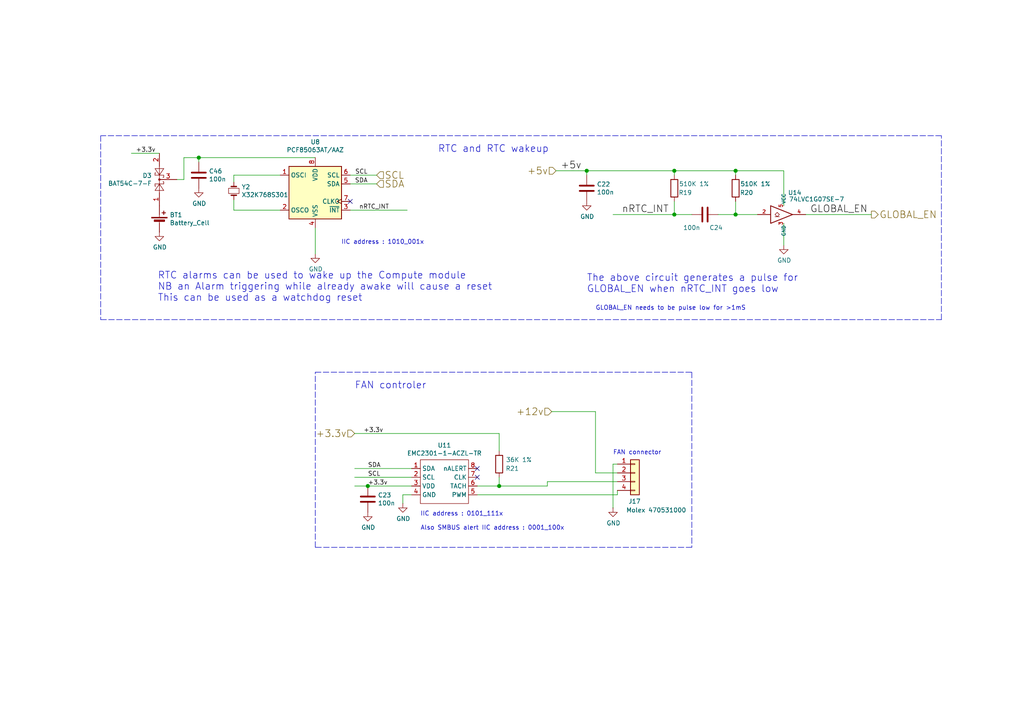
<source format=kicad_sch>
(kicad_sch (version 20231120) (generator "eeschema") (generator_version "8.0")
  (paper "A4")
  (title_block (title "Compute Module 4 IO Board - RTC - FAN") (rev "1") (company "© 2020-2022 Raspberry Pi Ltd (formerly Raspberry Pi (Trading) Ltd.)") (comment 1 "www.raspberrypi.com"))
  (lib_symbols
    (symbol "CM4IO:74LVC1G07_copy"
      (property "Reference" "U" (at -2.54 3.81 0))
      (property "Value" "74LVC1G07_copy" (at 0 -3.81 0))
      (symbol "74LVC1G07_copy_0_1"
        (polyline (pts (xy -2.54 -0.635) (xy -1.27 -0.635)))
        (polyline (pts (xy -3.81 2.54) (xy -3.81 -2.54) (xy 2.54 0) (xy -3.81 2.54)) (stroke (width 0.254)))
        (polyline (pts (xy -1.905 0.635) (xy -2.54 0) (xy -1.905 -0.635) (xy -1.27 0) (xy -1.905 0.635)))
      )
      (symbol "74LVC1G07_copy_1_1"
        (pin input line (at -7.62 0 0) (length 3.81) (name "~") (number "2"))
        (pin power_in line (at 0 -2.54 270) (length 0) (name "GND") (number "3"))
        (pin open_collector line (at 6.35 0 180) (length 3.81) (name "~") (number "4"))
        (pin power_in line (at 0 2.54 90) (length 0) (name "VCC") (number "5"))
      )
    )
    (symbol "CM4IO:EMC2301"
      (property "Reference" "U" (at -7.62 13.97 0))
      (property "Value" "EMC2301" (at -1.27 -1.27 0))
      (symbol "EMC2301_0_0"
        (pin open_collector line (at -11.43 10.16 0) (length 2.54) (name "SDA") (number "1"))
        (pin open_collector line (at -11.43 7.62 0) (length 2.54) (name "SCL") (number "2"))
        (pin power_in line (at -11.43 5.08 0) (length 2.54) (name "VDD") (number "3"))
        (pin power_in line (at -11.43 2.54 0) (length 2.54) (name "GND") (number "4"))
        (pin output line (at 7.62 2.54 180) (length 2.54) (name "PWM") (number "5"))
        (pin input line (at 7.62 5.08 180) (length 2.54) (name "TACH") (number "6"))
        (pin input line (at 7.62 7.62 180) (length 2.54) (name "CLK") (number "7"))
        (pin open_collector line (at 7.62 10.16 180) (length 2.54) (name "nALERT") (number "8"))
      )
      (symbol "EMC2301_0_1"
        (rectangle (start -8.89 12.7) (end 5.08 0))
      )
    )
    (symbol "Connector_Generic:Conn_01x04" (pin_names (offset 1.016) hide)
      (property "Reference" "J" (at 0 5.08 0))
      (property "Value" "Conn_01x04" (at 0 -7.62 0))
      (symbol "Conn_01x04_1_1"
        (rectangle (start -1.27 -4.953) (end 0 -5.207) (stroke (width 0.1524)))
        (rectangle (start -1.27 -2.413) (end 0 -2.667) (stroke (width 0.1524)))
        (rectangle (start -1.27 0.127) (end 0 -0.127) (stroke (width 0.1524)))
        (rectangle (start -1.27 2.667) (end 0 2.413) (stroke (width 0.1524)))
        (rectangle (start -1.27 3.81) (end 1.27 -6.35) (stroke (width 0.254)) (fill (type background)))
        (pin passive line (at -5.08 2.54 0) (length 3.81) (name "Pin_1") (number "1"))
        (pin passive line (at -5.08 0 0) (length 3.81) (name "Pin_2") (number "2"))
        (pin passive line (at -5.08 -2.54 0) (length 3.81) (name "Pin_3") (number "3"))
        (pin passive line (at -5.08 -5.08 0) (length 3.81) (name "Pin_4") (number "4"))
      )
    )
    (symbol "Device:Battery_Cell" (pin_numbers hide) (pin_names (offset 0) hide)
      (property "Reference" "BT" (at 2.54 2.54 0))
      (property "Value" "Battery_Cell" (at 2.54 0 0))
      (symbol "Battery_Cell_0_1"
        (rectangle (start -2.286 1.778) (end 2.286 1.524) (fill (type outline)))
        (rectangle (start -1.524 1.016) (end 1.524 0.508) (fill (type outline)))
        (polyline (pts (xy 0 0.762) (xy 0 0)))
        (polyline (pts (xy 0 1.778) (xy 0 2.54)))
        (polyline (pts (xy 0.762 3.048) (xy 1.778 3.048)) (stroke (width 0.254)))
        (polyline (pts (xy 1.27 3.556) (xy 1.27 2.54)) (stroke (width 0.254)))
      )
      (symbol "Battery_Cell_1_1"
        (pin passive line (at 0 5.08 270) (length 2.54) (name "+") (number "1"))
        (pin passive line (at 0 -2.54 90) (length 2.54) (name "-") (number "2"))
      )
    )
    (symbol "Device:C" (pin_numbers hide) (pin_names (offset 0.254))
      (property "Reference" "C" (at 0.635 2.54 0))
      (property "Value" "C" (at 0.635 -2.54 0))
      (symbol "C_0_1"
        (polyline (pts (xy -2.032 -0.762) (xy 2.032 -0.762)) (stroke (width 0.508)))
        (polyline (pts (xy -2.032 0.762) (xy 2.032 0.762)) (stroke (width 0.508)))
      )
      (symbol "C_1_1"
        (pin passive line (at 0 3.81 270) (length 2.794) (name "~") (number "1"))
        (pin passive line (at 0 -3.81 90) (length 2.794) (name "~") (number "2"))
      )
    )
    (symbol "Device:Crystal_Small" (pin_numbers hide) (pin_names (offset 1.016) hide)
      (property "Reference" "Y" (at 0 2.54 0))
      (property "Value" "Crystal_Small" (at 0 -2.54 0))
      (symbol "Crystal_Small_0_1"
        (rectangle (start -0.762 -1.524) (end 0.762 1.524))
        (polyline (pts (xy -1.27 -0.762) (xy -1.27 0.762)) (stroke (width 0.381)))
        (polyline (pts (xy 1.27 -0.762) (xy 1.27 0.762)) (stroke (width 0.381)))
      )
      (symbol "Crystal_Small_1_1"
        (pin passive line (at -2.54 0 0) (length 1.27) (name "1") (number "1"))
        (pin passive line (at 2.54 0 180) (length 1.27) (name "2") (number "2"))
      )
    )
    (symbol "Device:R" (pin_numbers hide) (pin_names (offset 0))
      (property "Reference" "R" (at 2.032 0 90))
      (property "Value" "R" (at 0 0 90))
      (symbol "R_0_1"
        (rectangle (start -1.016 -2.54) (end 1.016 2.54) (stroke (width 0.254)))
      )
      (symbol "R_1_1"
        (pin passive line (at 0 3.81 270) (length 1.27) (name "~") (number "1"))
        (pin passive line (at 0 -3.81 90) (length 1.27) (name "~") (number "2"))
      )
    )
    (symbol "Diode:BAT54C" (pin_names (offset 1.016))
      (property "Reference" "D" (at 0.635 -3.81 0))
      (property "Value" "BAT54C" (at -6.35 3.175 0))
      (symbol "BAT54C_0_1"
        (polyline (pts (xy -1.905 0) (xy 1.905 0)))
        (polyline (pts (xy -1.905 1.27) (xy -1.905 1.016)))
        (polyline (pts (xy -1.27 -1.27) (xy -0.635 -1.27)))
        (polyline (pts (xy -1.27 0) (xy -3.81 0)))
        (polyline (pts (xy -1.27 1.27) (xy -1.905 1.27)))
        (polyline (pts (xy -1.27 1.27) (xy -1.27 -1.27)))
        (polyline (pts (xy -0.635 -1.27) (xy -0.635 -1.016)))
        (polyline (pts (xy 0.635 -1.27) (xy 0.635 -1.016)))
        (polyline (pts (xy 1.27 -1.27) (xy 0.635 -1.27)))
        (polyline (pts (xy 1.27 1.27) (xy 1.27 -1.27)))
        (polyline (pts (xy 1.27 1.27) (xy 1.905 1.27)))
        (polyline (pts (xy 1.905 1.27) (xy 1.905 1.016)))
        (polyline (pts (xy 3.81 0) (xy 1.27 0)))
        (polyline (pts (xy -3.175 -1.27) (xy -3.175 1.27) (xy -1.27 0) (xy -3.175 -1.27)))
        (polyline (pts (xy 3.175 -1.27) (xy 3.175 1.27) (xy 1.27 0) (xy 3.175 -1.27)))
        (circle (center 0 0) (radius 0.254) (fill (type outline)))
      )
      (symbol "BAT54C_1_1"
        (pin passive line (at -7.62 0 0) (length 3.81) (name "~") (number "1"))
        (pin passive line (at 7.62 0 180) (length 3.81) (name "~") (number "2"))
        (pin passive line (at 0 -5.08 90) (length 5.08) (name "~") (number "3"))
      )
    )
    (symbol "Timer_RTC:PCF8563T"
      (property "Reference" "U" (at -7.62 8.89 0))
      (property "Value" "PCF8563T" (at 2.54 8.89 0))
      (symbol "PCF8563T_0_1"
        (rectangle (start -7.62 7.62) (end 7.62 -7.62) (stroke (width 0.254)) (fill (type background)))
      )
      (symbol "PCF8563T_1_1"
        (pin input line (at -10.16 5.08 0) (length 2.54) (name "OSCI") (number "1"))
        (pin output line (at -10.16 -5.08 0) (length 2.54) (name "OSCO") (number "2"))
        (pin output line (at 10.16 -5.08 180) (length 2.54) (name "~{INT}") (number "3"))
        (pin power_in line (at 0 -10.16 90) (length 2.54) (name "VSS") (number "4"))
        (pin bidirectional line (at 10.16 2.54 180) (length 2.54) (name "SDA") (number "5"))
        (pin input line (at 10.16 5.08 180) (length 2.54) (name "SCL") (number "6"))
        (pin output clock (at 10.16 -2.54 180) (length 2.54) (name "CLKO") (number "7"))
        (pin power_in line (at 0 10.16 270) (length 2.54) (name "VDD") (number "8"))
      )
    )
    (symbol "power:GND" (power) (pin_numbers hide) (pin_names (offset 0) hide)
      (property "Value" "GND" (at 0 -3.81 0))
      (symbol "GND_0_1"
        (polyline (pts (xy 0 0) (xy 0 -1.27) (xy 1.27 -1.27) (xy 0 -2.54) (xy -1.27 -1.27) (xy 0 -1.27)))
      )
      (symbol "GND_1_1"
        (pin power_in line (at 0 0 270) (length 0) (name "~") (number "1"))
      )
    )
  )
  (junction (at 144.78 140.97) (diameter 1.016))
  (junction (at 170.18 49.53) (diameter 1.016))
  (junction (at 213.36 62.23) (diameter 1.016))
  (junction (at 195.58 62.23) (diameter 1.016))
  (junction (at 195.58 49.53) (diameter 1.016))
  (junction (at 213.36 49.53) (diameter 1.016))
  (junction (at 106.68 140.97) (diameter 1.016))
  (junction (at 57.658 45.72) (diameter 1.016))
  (no_connect (at 138.43 138.43))
  (no_connect (at 101.6 58.42))
  (no_connect (at 138.43 135.89))
  (wire (pts (xy 213.36 62.23) (xy 213.36 58.42)))
  (wire (pts (xy 67.818 50.8) (xy 81.28 50.8)))
  (wire (pts (xy 57.658 45.72) (xy 91.44 45.72)))
  (wire (pts (xy 116.84 143.51) (xy 116.84 146.05)))
  (wire (pts (xy 91.44 66.04) (xy 91.44 73.66)))
  (wire (pts (xy 102.87 125.73) (xy 144.78 125.73)))
  (wire (pts (xy 106.68 140.97) (xy 102.87 140.97)))
  (wire (pts (xy 195.58 49.53) (xy 195.58 50.8)))
  (wire (pts (xy 53.34 45.72) (xy 57.658 45.72)))
  (polyline (pts (xy 200.66 158.75) (xy 91.44 158.75)) (stroke (width 0) (type dash)))
  (wire (pts (xy 57.658 45.72) (xy 57.658 47.0154)))
  (wire (pts (xy 172.72 119.38) (xy 172.72 137.16)))
  (wire (pts (xy 144.78 125.73) (xy 144.78 130.81)))
  (wire (pts (xy 144.78 140.97) (xy 158.75 140.97)))
  (wire (pts (xy 195.58 62.23) (xy 200.66 62.23)))
  (wire (pts (xy 51.308 52.07) (xy 53.34 52.07)))
  (polyline (pts (xy 29.21 39.37) (xy 29.21 92.71)) (stroke (width 0) (type dash)))
  (wire (pts (xy 67.818 60.96) (xy 67.818 57.912)))
  (polyline (pts (xy 91.44 107.95) (xy 200.66 107.95)) (stroke (width 0) (type dash)))
  (wire (pts (xy 179.07 143.51) (xy 179.07 142.24)))
  (wire (pts (xy 179.07 137.16) (xy 172.72 137.16)))
  (wire (pts (xy 195.58 62.23) (xy 195.58 58.42)))
  (wire (pts (xy 213.36 49.53) (xy 227.33 49.53)))
  (polyline (pts (xy 200.66 107.95) (xy 200.66 158.75)) (stroke (width 0) (type dash)))
  (wire (pts (xy 227.33 49.53) (xy 227.33 59.69)))
  (wire (pts (xy 213.36 62.23) (xy 219.71 62.23)))
  (wire (pts (xy 161.29 49.53) (xy 170.18 49.53)))
  (wire (pts (xy 109.22 50.8) (xy 101.6 50.8)))
  (wire (pts (xy 53.34 52.07) (xy 53.34 45.72)))
  (wire (pts (xy 119.38 143.51) (xy 116.84 143.51)))
  (wire (pts (xy 208.28 62.23) (xy 213.36 62.23)))
  (wire (pts (xy 38.1 44.45) (xy 46.228 44.45)))
  (wire (pts (xy 144.78 140.97) (xy 144.78 138.43)))
  (wire (pts (xy 179.07 139.7) (xy 158.75 139.7)))
  (wire (pts (xy 177.8 62.23) (xy 195.58 62.23)))
  (wire (pts (xy 81.28 60.96) (xy 67.818 60.96)))
  (wire (pts (xy 138.43 143.51) (xy 179.07 143.51)))
  (wire (pts (xy 138.43 140.97) (xy 144.78 140.97)))
  (wire (pts (xy 158.75 139.7) (xy 158.75 140.97)))
  (wire (pts (xy 233.68 62.23) (xy 252.73 62.23)))
  (wire (pts (xy 195.58 49.53) (xy 213.36 49.53)))
  (wire (pts (xy 170.18 49.53) (xy 195.58 49.53)))
  (wire (pts (xy 179.07 134.62) (xy 177.8 134.62)))
  (wire (pts (xy 170.18 50.8) (xy 170.18 49.53)))
  (wire (pts (xy 227.33 64.77) (xy 227.33 71.12)))
  (wire (pts (xy 109.22 53.34) (xy 101.6 53.34)))
  (wire (pts (xy 213.36 49.53) (xy 213.36 50.8)))
  (polyline (pts (xy 91.44 158.75) (xy 91.44 107.95)) (stroke (width 0) (type dash)))
  (wire (pts (xy 119.38 135.89) (xy 102.87 135.89)))
  (polyline (pts (xy 29.21 92.71) (xy 273.05 92.71)) (stroke (width 0) (type dash)))
  (wire (pts (xy 119.38 140.97) (xy 106.68 140.97)))
  (wire (pts (xy 101.6 60.96) (xy 118.11 60.96)))
  (wire (pts (xy 67.818 50.8) (xy 67.818 52.832)))
  (wire (pts (xy 119.38 138.43) (xy 102.87 138.43)))
  (wire (pts (xy 177.8 134.62) (xy 177.8 147.32)))
  (polyline (pts (xy 273.05 92.71) (xy 273.05 39.37)) (stroke (width 0) (type dash)))
  (wire (pts (xy 172.72 119.38) (xy 160.02 119.38)))
  (polyline (pts (xy 273.05 39.37) (xy 29.21 39.37)) (stroke (width 0) (type dash)))
  (text "RTC alarms can be used to wake up the Compute module\nNB an Alarm triggering while already awake will cause a reset \nThis can be used as a watchdog reset " (at 45.72 87.63 0) (effects (font (size 2.0066 2.0066)) (justify left bottom)))
  (text "RTC and RTC wakeup" (at 127 44.45 0) (effects (font (size 2.0066 2.0066)) (justify left bottom)))
  (text "Also SMBUS alert IIC address : 0001_100x" (at 121.9454 153.9494 0) (effects (font (size 1.27 1.27)) (justify left bottom)))
  (text "IIC address : 0101_111x" (at 121.92 149.86 0) (effects (font (size 1.27 1.27)) (justify left bottom)))
  (text "IIC address : 1010_001x" (at 98.9838 71.0438 0) (effects (font (size 1.27 1.27)) (justify left bottom)))
  (text "GLOBAL_EN needs to be pulse low for >1mS" (at 172.72 90.17 0) (effects (font (size 1.27 1.27)) (justify left bottom)))
  (text "FAN controler" (at 102.87 113.03 0) (effects (font (size 2.0066 2.0066)) (justify left bottom)))
  (text "FAN connector\n" (at 177.8 132.08 0) (effects (font (size 1.27 1.27)) (justify left bottom)))
  (text "The above circuit generates a pulse for\nGLOBAL_EN when nRTC_INT goes low" (at 170.18 85.09 0) (effects (font (size 2.0066 2.0066)) (justify left bottom)))
  (label "SCL" (at 106.68 138.43 0))
  (label "+5v" (at 162.56 49.53 0) (effects (font (size 2.0066 2.0066))))
  (label "SDA" (at 106.68 53.34 180))
  (label "SCL" (at 106.68 50.8 180))
  (label "GLOBAL_EN" (at 234.95 62.23 0) (effects (font (size 2.0066 2.0066))))
  (label "nRTC_INT" (at 104.14 60.96 0))
  (label "SDA" (at 106.68 135.89 0))
  (label "nRTC_INT" (at 180.34 62.23 0) (effects (font (size 2.0066 2.0066))))
  (label "+3.3v" (at 105.41 125.73 0))
  (label "+3.3v" (at 106.68 140.97 0))
  (label "+3.3v" (at 39.37 44.45 0))
  (hierarchical_label "+5v" (shape input) (at 161.29 49.53 180) (effects (font (size 2.0066 2.0066))))
  (hierarchical_label "+3.3v" (shape input) (at 102.87 125.73 180) (effects (font (size 2.0066 2.0066))))
  (hierarchical_label "+12v" (shape input) (at 160.02 119.38 180) (effects (font (size 2.0066 2.0066))))
  (hierarchical_label "SCL" (shape input) (at 109.22 50.8 0) (effects (font (size 2.0066 2.0066))))
  (hierarchical_label "SDA" (shape input) (at 109.22 53.34 0) (effects (font (size 2.0066 2.0066))))
  (hierarchical_label "GLOBAL_EN" (shape output) (at 252.73 62.23 0) (effects (font (size 2.0066 2.0066))))
  (symbol (lib_id "CM4IO:EMC2301") (at 130.81 146.05 0) (unit 1)
    (property "Reference" "U11" (at 128.905 129.159 0))
    (property "Value" "EMC2301-1-ACZL-TR" (at 128.905 131.4704 0))
    (property "Footprint" "Package_SO:MSOP-8_3x3mm_P0.65mm" (effects (hide yes)))
    (property "Datasheet" "https://ww1.microchip.com/downloads/en/DeviceDoc/2301.pdf" (effects (hide yes)))
    (property "Field4" "Digikey" (effects (hide yes)))
    (property "Field5" "EMC2301-1-ACZL-CT-ND" (effects (hide yes)))
    (property "Field6" "EMC2301-1-ACZL-TR" (effects (hide yes)))
    (property "Field7" "Microchip" (effects (hide yes)))
    (property "Part Description" "Motor Driver PWM 8-MSOP" (effects (hide yes)))
  )
  (symbol (lib_id "Device:C") (at 106.68 144.78 0) (unit 1)
    (property "Reference" "C23" (at 109.601 143.6116 0) (effects (justify left)))
    (property "Value" "100n" (at 109.601 145.923 0) (effects (justify left)))
    (property "Footprint" "Capacitor_SMD:C_0402_1005Metric" (effects (hide yes)))
    (property "Description" "Unpolarized capacitor" (effects (hide yes)))
    (property "Field4" "Farnell" (effects (hide yes)))
    (property "Field5" "2611911" (effects (hide yes)))
    (property "Field6" "RM EMK105 B7104KV-F" (effects (hide yes)))
    (property "Field7" "TAIYO YUDEN EUROPE GMBH" (effects (hide yes)))
    (property "Part Description" "	0.1uF 10% 16V Ceramic Capacitor X7R 0402 (1005 Metric)" (effects (hide yes)))
    (property "Field8" "110091611" (effects (hide yes)))
  )
  (symbol (lib_id "power:GND") (at 106.68 148.59 0) (unit 1)
    (property "Reference" "#PWR032" (effects (hide yes)))
    (property "Value" "GND" (at 106.807 152.9842 0))
    (property "Description" "Power symbol creates a global label with name \"GND\" , ground" (effects (hide yes)))
  )
  (symbol (lib_id "Connector_Generic:Conn_01x04") (at 184.15 137.16 0) (unit 1)
    (property "Reference" "J17" (at 182.245 145.415 0) (effects (justify left)))
    (property "Value" "Molex 470531000" (at 181.61 147.955 0) (effects (justify left)))
    (property "Footprint" "Connector:FanPinHeader_1x04_P2.54mm_Vertical" (effects (hide yes)))
    (property "Description" "Generic connector, single row, 01x04, script generated (kicad-library-utils/schlib/autogen/connector/)" (effects (hide yes)))
    (property "Field4" "Farnell" (effects (hide yes)))
    (property "Field5" "	2313705" (effects (hide yes)))
    (property "Field6" "470531000" (effects (hide yes)))
    (property "Field7" "Molex" (effects (hide yes)))
    (property "Part Description" "	Connector Header Through Hole 4 position 0.100\" (2.54mm)" (effects (hide yes)))
  )
  (symbol (lib_id "Device:R") (at 144.78 134.62 180) (unit 1)
    (property "Reference" "R21" (at 148.59 135.89 0))
    (property "Value" "36K 1%" (at 150.495 133.35 0))
    (property "Footprint" "Resistor_SMD:R_0402_1005Metric" (effects (hide yes)))
    (property "Description" "Resistor" (effects (hide yes)))
    (property "Field4" "Farnell" (effects (hide yes)))
    (property "Field5" "1458788" (effects (hide yes)))
    (property "Field7" "Rohm" (effects (hide yes)))
    (property "Field6" "MCR01MZPF3602" (effects (hide yes)))
    (property "Part Description" "Resistor 36K M1005 1% 63mW" (effects (hide yes)))
  )
  (symbol (lib_id "power:GND") (at 177.8 147.32 0) (unit 1)
    (property "Reference" "#PWR035" (effects (hide yes)))
    (property "Value" "GND" (at 177.927 151.7142 0))
    (property "Description" "Power symbol creates a global label with name \"GND\" , ground" (effects (hide yes)))
  )
  (symbol (lib_id "power:GND") (at 91.44 73.66 0) (unit 1)
    (property "Reference" "#PWR028" (effects (hide yes)))
    (property "Value" "GND" (at 91.567 78.0542 0))
    (property "Description" "Power symbol creates a global label with name \"GND\" , ground" (effects (hide yes)))
  )
  (symbol (lib_id "Device:Battery_Cell") (at 46.228 64.77 0) (unit 1)
    (property "Reference" "BT1" (at 49.2252 62.3316 0) (effects (justify left)))
    (property "Value" "Battery_Cell" (at 49.2252 64.643 0) (effects (justify left)))
    (property "Footprint" "Battery:BatteryHolder_Keystone_3034_1x20mm" (effects (hide yes)))
    (property "Description" "Single-cell battery" (effects (hide yes)))
    (property "Field4" "Digikey" (effects (hide yes)))
    (property "Field5" "36-3034-ND" (effects (hide yes)))
    (property "Field6" "3034" (effects (hide yes)))
    (property "Field7" "Keystone" (effects (hide yes)))
    (property "Part Description" "	Battery Retainer Coin, 20.0mm 1 Cell SMD (SMT) Tab" (effects (hide yes)))
  )
  (symbol (lib_id "power:GND") (at 46.228 67.31 0) (unit 1)
    (property "Reference" "#PWR030" (effects (hide yes)))
    (property "Value" "GND" (at 46.355 71.7042 0))
    (property "Description" "Power symbol creates a global label with name \"GND\" , ground" (effects (hide yes)))
  )
  (symbol (lib_id "CM4IO:74LVC1G07_copy") (at 227.33 62.23 0) (unit 1)
    (property "Reference" "U14" (at 230.505 55.88 0))
    (property "Value" "74LVC1G07SE-7" (at 236.855 57.785 0))
    (property "Footprint" "Package_TO_SOT_SMD:SOT-353_SC-70-5" (effects (hide yes)))
    (property "Datasheet" "http://www.ti.com/lit/sg/scyt129e/scyt129e.pdf" (effects (hide yes)))
    (property "Description" "Single Buffer Gate w/ Open Drain, Low-Voltage CMOS" (effects (hide yes)))
    (property "Field4" "Farnell" (effects (hide yes)))
    (property "Field5" "2425492" (effects (hide yes)))
    (property "Field6" "74LVC1G07SE-7" (effects (hide yes)))
    (property "Field7" "Diodes" (effects (hide yes)))
    (property "Part Description" "Buffer, Non-Inverting 1 Element 1 Bit per Element Open Drain Output SOT-353" (effects (hide yes)))
  )
  (symbol (lib_id "Device:R") (at 195.58 54.61 180) (unit 1)
    (property "Reference" "R19" (at 198.755 55.88 0))
    (property "Value" "510K 1%" (at 201.295 53.34 0))
    (property "Footprint" "Resistor_SMD:R_0402_1005Metric" (effects (hide yes)))
    (property "Description" "Resistor" (effects (hide yes)))
    (property "Field4" "Farnell" (effects (hide yes)))
    (property "Field5" "1458807" (effects (hide yes)))
    (property "Field7" "Rohm" (effects (hide yes)))
    (property "Field6" "MCR01MZPF5103" (effects (hide yes)))
    (property "Part Description" "Resistor 510K M1005 1% 63mW" (effects (hide yes)))
  )
  (symbol (lib_id "Device:R") (at 213.36 54.61 180) (unit 1)
    (property "Reference" "R20" (at 216.535 55.88 0))
    (property "Value" "510K 1%" (at 219.075 53.34 0))
    (property "Footprint" "Resistor_SMD:R_0402_1005Metric" (effects (hide yes)))
    (property "Description" "Resistor" (effects (hide yes)))
    (property "Field4" "Farnell" (effects (hide yes)))
    (property "Field5" "1458807" (effects (hide yes)))
    (property "Field7" "Rohm" (effects (hide yes)))
    (property "Field6" "MCR01MZPF5103" (effects (hide yes)))
    (property "Part Description" "Resistor 510K M1005 1% 63mW" (effects (hide yes)))
  )
  (symbol (lib_id "power:GND") (at 116.84 146.05 0) (unit 1)
    (property "Reference" "#PWR033" (effects (hide yes)))
    (property "Value" "GND" (at 116.967 150.4442 0))
    (property "Description" "Power symbol creates a global label with name \"GND\" , ground" (effects (hide yes)))
  )
  (symbol (lib_id "Device:C") (at 170.18 54.61 0) (unit 1)
    (property "Reference" "C22" (at 173.101 53.4416 0) (effects (justify left)))
    (property "Value" "100n" (at 173.101 55.753 0) (effects (justify left)))
    (property "Footprint" "Capacitor_SMD:C_0402_1005Metric" (effects (hide yes)))
    (property "Description" "Unpolarized capacitor" (effects (hide yes)))
    (property "Field4" "Farnell" (effects (hide yes)))
    (property "Field5" "2611911" (effects (hide yes)))
    (property "Field6" "RM EMK105 B7104KV-F" (effects (hide yes)))
    (property "Field7" "TAIYO YUDEN EUROPE GMBH" (effects (hide yes)))
    (property "Part Description" "	0.1uF 10% 16V Ceramic Capacitor X7R 0402 (1005 Metric)" (effects (hide yes)))
    (property "Field8" "110091611" (effects (hide yes)))
  )
  (symbol (lib_id "Device:C") (at 204.47 62.23 270) (unit 1)
    (property "Reference" "C24" (at 205.74 66.04 90) (effects (justify left)))
    (property "Value" "100n" (at 198.12 66.04 90) (effects (justify left)))
    (property "Footprint" "Capacitor_SMD:C_0402_1005Metric" (effects (hide yes)))
    (property "Description" "Unpolarized capacitor" (effects (hide yes)))
    (property "Field4" "Farnell" (effects (hide yes)))
    (property "Field5" "2611911" (effects (hide yes)))
    (property "Field6" "RM EMK105 B7104KV-F" (effects (hide yes)))
    (property "Field7" "TAIYO YUDEN EUROPE GMBH" (effects (hide yes)))
    (property "Part Description" "	0.1uF 10% 16V Ceramic Capacitor X7R 0402 (1005 Metric)" (effects (hide yes)))
    (property "Field8" "110091611" (effects (hide yes)))
  )
  (symbol (lib_id "power:GND") (at 227.33 71.12 0) (unit 1)
    (property "Reference" "#PWR034" (effects (hide yes)))
    (property "Value" "GND" (at 227.457 75.5142 0))
    (property "Description" "Power symbol creates a global label with name \"GND\" , ground" (effects (hide yes)))
  )
  (symbol (lib_id "power:GND") (at 170.18 58.42 0) (unit 1)
    (property "Reference" "#PWR031" (effects (hide yes)))
    (property "Value" "GND" (at 170.307 62.8142 0))
    (property "Description" "Power symbol creates a global label with name \"GND\" , ground" (effects (hide yes)))
  )
  (symbol (lib_id "Timer_RTC:PCF8563T") (at 91.44 55.88 0) (unit 1)
    (property "Reference" "U8" (at 91.44 41.1734 0))
    (property "Value" "PCF85063AT/AAZ" (at 91.44 43.4848 0))
    (property "Footprint" "Package_SO:SOIC-8_3.9x4.9mm_P1.27mm" (effects (hide yes)))
    (property "Datasheet" "https://www.nxp.com/docs/en/data-sheet/PCF8563.pdf" (effects (hide yes)))
    (property "Description" "Realtime Clock/Calendar I2C Interface, SOIC-8" (effects (hide yes)))
    (property "Field4" "Farnell" (effects (hide yes)))
    (property "Field5" "2890042" (effects (hide yes)))
    (property "Field7" "NXP" (effects (hide yes)))
    (property "Field6" "PCF85063AT/AAZ" (effects (hide yes)))
    (property "Part Description" "Real Time Clock (RTC) IC Clock/Calendar I²C, 2-Wire Serial 8-SOIC (0.154\", 3.90mm Width)" (effects (hide yes)))
  )
  (symbol (lib_id "Device:Crystal_Small") (at 67.818 55.372 90) (unit 1)
    (property "Reference" "Y2" (at 70.0532 54.229 90) (effects (justify right)))
    (property "Value" "X32K768S301" (at 70.0532 56.515 90) (effects (justify right)))
    (property "Footprint" "Crystal:Crystal_SMD_3215-2Pin_3.2x1.5mm" (effects (hide yes)))
    (property "Description" "Two pin crystal, small symbol" (effects (hide yes)))
    (property "Field6" "X32K768S301" (effects (hide yes)))
    (property "Field7" "AEL" (effects (hide yes)))
    (property "Part Description" "Crystal 32.768KHz 7pF 20pmm" (effects (hide yes)))
  )
  (symbol (lib_id "Diode:BAT54C") (at 46.228 52.07 90) (unit 1)
    (property "Reference" "D3" (at 44.0182 50.927 90) (effects (justify left)))
    (property "Value" "BAT54C-7-F" (at 44.0182 53.213 90) (effects (justify left)))
    (property "Footprint" "Package_TO_SOT_SMD:SOT-23" (effects (hide yes)))
    (property "Datasheet" "http://www.diodes.com/_files/datasheets/ds11005.pdf" (effects (hide yes)))
    (property "Description" "dual schottky barrier diode, common cathode" (effects (hide yes)))
    (property "Field4" "Farnell" (effects (hide yes)))
    (property "Field5" "2306010" (effects (hide yes)))
    (property "Field6" "BAT54C-7-F" (effects (hide yes)))
    (property "Field7" "Rohm" (effects (hide yes)))
    (property "Part Description" "Diode Array 1 Pair Common Cathode Schottky 30V 200mA (DC) Surface Mount TO-236-3, SC-59, SOT-23-3" (effects (hide yes)))
  )
  (symbol (lib_id "power:GND") (at 57.658 54.6354 0) (unit 1)
    (property "Reference" "#PWR03" (effects (hide yes)))
    (property "Value" "GND" (at 57.785 59.0296 0))
    (property "Description" "Power symbol creates a global label with name \"GND\" , ground" (effects (hide yes)))
  )
  (symbol (lib_id "Device:C") (at 57.658 50.8254 0) (unit 1)
    (property "Reference" "C46" (at 60.579 49.657 0) (effects (justify left)))
    (property "Value" "100n" (at 60.579 51.9684 0) (effects (justify left)))
    (property "Footprint" "Capacitor_SMD:C_0402_1005Metric" (effects (hide yes)))
    (property "Description" "Unpolarized capacitor" (effects (hide yes)))
    (property "Field4" "Farnell" (effects (hide yes)))
    (property "Field5" "2611911" (effects (hide yes)))
    (property "Field6" "RM EMK105 B7104KV-F" (effects (hide yes)))
    (property "Field7" "TAIYO YUDEN EUROPE GMBH" (effects (hide yes)))
    (property "Part Description" "	0.1uF 10% 16V Ceramic Capacitor X7R 0402 (1005 Metric)" (effects (hide yes)))
    (property "Field8" "110091611" (effects (hide yes)))
  )
)
</source>
